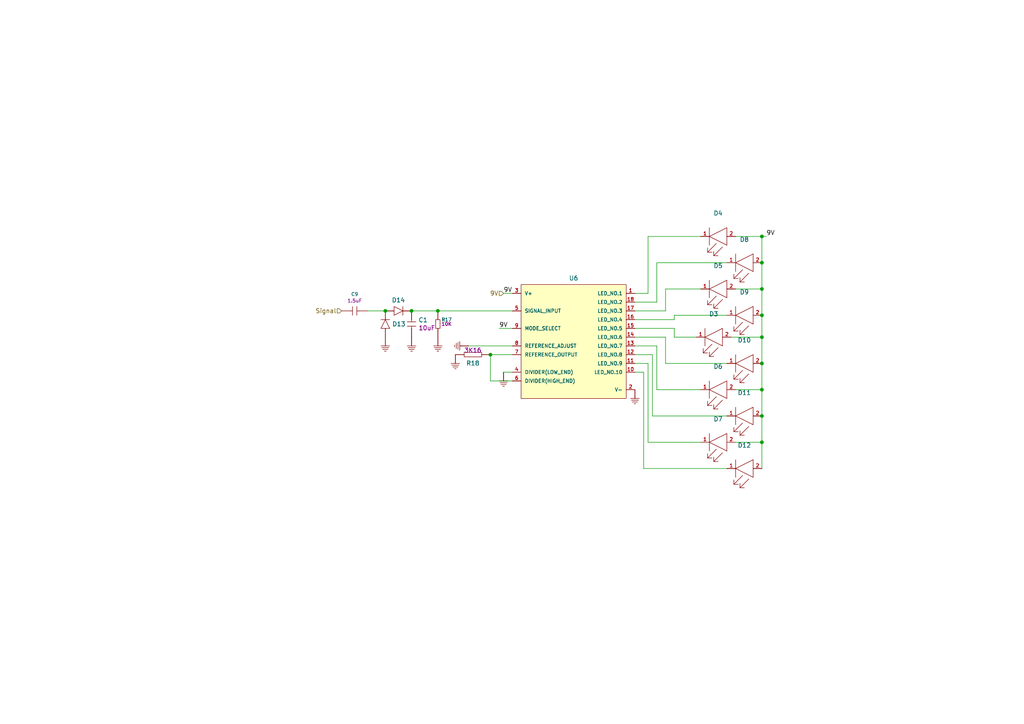
<source format=kicad_sch>
(kicad_sch (version 20211123) (generator eeschema)
  (paper "A4")
  (lib_symbols
    (symbol "Main_Library:C_1.5uF_0603_25V" (pin_numbers hide) (pin_names (offset 0))
      (property "Reference" "C" (at -2.54 1.27 0))
      (property "Waarde" "1.5uF" (at -3.81 -1.27 0))
      (symbol "C_1.5uF_0603_25V_1_1"
        (polyline (pts (xy -1.27 -0.635) (xy 1.27 -0.635)))
        (polyline (pts (xy -1.27 0.635) (xy 1.27 0.635)))
        (polyline (pts (xy 0 -0.635) (xy 0 -1.27)))
        (polyline (pts (xy 0 1.27) (xy 0 0.635)))
        (pin input line (at 0 3.81 270) (length 2.54) (name "~") (number "1"))
        (pin input line (at 0 -3.81 90) (length 2.54) (name "~") (number "2"))
      )
    )
    (symbol "Main_Library:C_10uF_0603_16V" (pin_numbers hide) (pin_names (offset 0) hide)
      (property "Reference" "C" (at -1.524 -1.778 0))
      (property "Waarde" "10uF" (at -3.302 0.762 0))
      (symbol "C_10uF_0603_16V_0_1"
        (polyline (pts (xy -1.27 -0.635) (xy 1.27 -0.635)))
        (polyline (pts (xy -1.27 0.635) (xy 1.27 0.635)))
        (polyline (pts (xy 0 -0.635) (xy 0 -1.27)))
        (polyline (pts (xy 0 1.27) (xy 0 0.635)))
      )
      (symbol "C_10uF_0603_16V_1_1"
        (pin input line (at 0 3.81 270) (length 2.54) (name "~") (number "1"))
        (pin input line (at 0 -3.81 90) (length 2.54) (name "~") (number "2"))
      )
    )
    (symbol "Main_Library:D_1N4148WS_SOD323F_ONSEMI" (pin_numbers hide) (pin_names (offset 0) hide)
      (property "Reference" "D" (at 0 7.62 0))
      (symbol "D_1N4148WS_SOD323F_ONSEMI_1_1"
        (polyline (pts (xy -1.27 1.27) (xy -1.27 -1.27)))
        (polyline (pts (xy 1.27 1.27) (xy -1.27 0)))
        (polyline (pts (xy 1.27 1.27) (xy 1.27 -1.27) (xy -1.27 0)))
        (pin passive line (at 3.81 0 180) (length 2.54) (name "A") (number "A"))
        (pin passive line (at -3.81 0 0) (length 2.54) (name "C") (number "C"))
      )
    )
    (symbol "Main_Library:D_RED_0603_Wurth_150060RS75000" (pin_names (offset 1.016))
      (property "Reference" "D" (at 0 10.16 0))
      (symbol "D_RED_0603_Wurth_150060RS75000_1_1"
        (polyline (pts (xy 5.08 -2.54) (xy 10.16 0)))
        (polyline (pts (xy 5.08 2.54) (xy 5.08 -2.54)))
        (polyline (pts (xy 5.08 2.54) (xy 10.16 0)))
        (polyline (pts (xy 6.35 3.048) (xy 8.89 5.588)))
        (polyline (pts (xy 8.128 2.032) (xy 10.668 4.572)))
        (polyline (pts (xy 8.89 5.588) (xy 7.62 5.588)))
        (polyline (pts (xy 8.89 5.588) (xy 8.89 4.318)))
        (polyline (pts (xy 10.16 2.54) (xy 10.16 -2.54)))
        (polyline (pts (xy 10.668 4.572) (xy 9.398 4.572)))
        (polyline (pts (xy 10.668 4.572) (xy 10.668 3.302)))
        (pin passive line (at 12.7 0 180) (length 2.54) (name "CATHODE") (number "1"))
        (pin passive line (at 2.54 0 0) (length 2.54) (name "ANODE") (number "2"))
      )
    )
    (symbol "Main_Library:GND" (power) (pin_numbers hide) (pin_names (offset 0) hide)
      (symbol "GND_0_1"
        (polyline (pts (xy -1.27 -2.54) (xy 1.27 -2.54)))
        (polyline (pts (xy -1.016 -3.048) (xy 1.016 -3.048)))
        (polyline (pts (xy -0.762 -3.556) (xy 0.762 -3.556)))
        (polyline (pts (xy -0.254 -4.064) (xy 0.254 -4.064)))
      )
      (symbol "GND_1_1"
        (pin power_in line (at 0 0 270) (length 2.54) (name "GND") (number "1"))
      )
    )
    (symbol "Main_Library:R_10K_0603" (pin_numbers hide) (pin_names (offset 0))
      (property "Reference" "R" (at -1.27 3.81 0))
      (property "Waarde" "10K" (at -2.54 0 0))
      (symbol "R_10K_0603_1_1"
        (rectangle (start -0.635 1.27) (end 0.635 -1.27))
        (pin input line (at 0 3.81 270) (length 2.54) (name "~") (number "1"))
        (pin input line (at 0 -3.81 90) (length 2.54) (name "~") (number "2"))
      )
    )
    (symbol "Main_Library:R_3K16_0603" (pin_numbers hide) (pin_names (offset 0) hide)
      (property "Reference" "R" (at 0 0 0))
      (property "Waarde" "3K16" (at 0 0 0))
      (symbol "R_3K16_0603_1_1"
        (rectangle (start -0.635 2.54) (end 0.635 -2.54))
        (pin input line (at 0 5.08 270) (length 2.54) (name "1") (number "1"))
        (pin input line (at 0 -5.08 90) (length 2.54) (name "2") (number "2"))
      )
    )
    (symbol "Main_Library:U_LM3914N-1_NOPB" (pin_names (offset 1.016))
      (property "Reference" "U" (at 0 5.08 0))
      (symbol "U_LM3914N-1_NOPB_1_1"
        (rectangle (start 5.08 2.54) (end 35.56 -30.48) (fill (type background)))
        (pin output line (at 38.1 0 180) (length 2.54) (name "LED_NO.1") (number "1"))
        (pin output line (at 38.1 -22.86 180) (length 2.54) (name "LED_NO.10") (number "10"))
        (pin output line (at 38.1 -20.32 180) (length 2.54) (name "LED_NO.9") (number "11"))
        (pin output line (at 38.1 -17.78 180) (length 2.54) (name "LED_NO.8") (number "12"))
        (pin output line (at 38.1 -15.24 180) (length 2.54) (name "LED_NO.7") (number "13"))
        (pin output line (at 38.1 -12.7 180) (length 2.54) (name "LED_NO.6") (number "14"))
        (pin output line (at 38.1 -10.16 180) (length 2.54) (name "LED_NO.5") (number "15"))
        (pin output line (at 38.1 -7.62 180) (length 2.54) (name "LED_NO.4") (number "16"))
        (pin output line (at 38.1 -5.08 180) (length 2.54) (name "LED_NO.3") (number "17"))
        (pin output line (at 38.1 -2.54 180) (length 2.54) (name "LED_NO.2") (number "18"))
        (pin power_in line (at 38.1 -27.94 180) (length 2.54) (name "V-") (number "2"))
        (pin power_in line (at 2.54 0 0) (length 2.54) (name "V+") (number "3"))
        (pin input line (at 2.54 -22.86 0) (length 2.54) (name "DIVIDER(LOW_END)") (number "4"))
        (pin input line (at 2.54 -5.08 0) (length 2.54) (name "SIGNAL_INPUT") (number "5"))
        (pin input line (at 2.54 -25.4 0) (length 2.54) (name "DIVIDER(HIGH_END)") (number "6"))
        (pin output line (at 2.54 -17.78 0) (length 2.54) (name "REFERENCE_OUTPUT") (number "7"))
        (pin input line (at 2.54 -15.24 0) (length 2.54) (name "REFERENCE_ADJUST") (number "8"))
        (pin input line (at 2.54 -10.16 0) (length 2.54) (name "MODE_SELECT") (number "9"))
      )
    )
  )
  (junction (at 119.38 90.17))
  (junction (at 142.24 102.87))
  (junction (at 220.98 68.58))
  (junction (at 220.98 120.65))
  (junction (at 220.98 105.41))
  (junction (at 127 90.17))
  (junction (at 220.98 83.82))
  (junction (at 220.98 76.2))
  (junction (at 220.98 128.27))
  (junction (at 220.98 91.44))
  (junction (at 111.76 90.17))
  (junction (at 220.98 113.03))
  (junction (at 220.98 97.79))
  (wire (pts (xy 193.04 90.17) (xy 193.04 83.82)))
  (wire (pts (xy 135.89 100.33) (xy 148.59 100.33)))
  (wire (pts (xy 119.38 90.17) (xy 127 90.17)))
  (wire (pts (xy 189.23 120.65) (xy 189.23 102.87)))
  (wire (pts (xy 193.04 97.79) (xy 184.15 97.79)))
  (wire (pts (xy 189.23 120.65) (xy 210.82 120.65)))
  (wire (pts (xy 220.98 135.89) (xy 220.98 128.27)))
  (wire (pts (xy 213.36 128.27) (xy 220.98 128.27)))
  (wire (pts (xy 220.98 91.44) (xy 220.98 83.82)))
  (wire (pts (xy 220.98 113.03) (xy 220.98 105.41)))
  (wire (pts (xy 220.98 83.82) (xy 220.98 76.2)))
  (wire (pts (xy 127 90.17) (xy 148.59 90.17)))
  (wire (pts (xy 220.98 120.65) (xy 220.98 113.03)))
  (wire (pts (xy 187.96 68.58) (xy 203.2 68.58)))
  (wire (pts (xy 190.5 100.33) (xy 184.15 100.33)))
  (wire (pts (xy 190.5 113.03) (xy 190.5 100.33)))
  (wire (pts (xy 220.98 105.41) (xy 220.98 97.79)))
  (wire (pts (xy 184.15 107.95) (xy 186.69 107.95)))
  (wire (pts (xy 184.15 90.17) (xy 193.04 90.17)))
  (wire (pts (xy 184.15 105.41) (xy 187.96 105.41)))
  (wire (pts (xy 212.09 97.79) (xy 220.98 97.79)))
  (wire (pts (xy 213.36 113.03) (xy 220.98 113.03)))
  (wire (pts (xy 220.98 68.58) (xy 222.25 68.58)))
  (wire (pts (xy 190.5 113.03) (xy 203.2 113.03)))
  (wire (pts (xy 193.04 83.82) (xy 203.2 83.82)))
  (wire (pts (xy 193.04 105.41) (xy 193.04 97.79)))
  (wire (pts (xy 220.98 97.79) (xy 220.98 91.44)))
  (wire (pts (xy 220.98 128.27) (xy 220.98 120.65)))
  (wire (pts (xy 190.5 76.2) (xy 190.5 87.63)))
  (wire (pts (xy 187.96 128.27) (xy 203.2 128.27)))
  (wire (pts (xy 195.58 97.79) (xy 195.58 95.25)))
  (wire (pts (xy 213.36 83.82) (xy 220.98 83.82)))
  (wire (pts (xy 195.58 95.25) (xy 184.15 95.25)))
  (wire (pts (xy 220.98 76.2) (xy 220.98 68.58)))
  (wire (pts (xy 142.24 110.49) (xy 142.24 102.87)))
  (wire (pts (xy 190.5 87.63) (xy 184.15 87.63)))
  (wire (pts (xy 213.36 68.58) (xy 220.98 68.58)))
  (wire (pts (xy 146.05 107.95) (xy 148.59 107.95)))
  (wire (pts (xy 142.24 102.87) (xy 148.59 102.87)))
  (wire (pts (xy 144.78 95.25) (xy 148.59 95.25)))
  (wire (pts (xy 195.58 92.71) (xy 184.15 92.71)))
  (wire (pts (xy 193.04 105.41) (xy 210.82 105.41)))
  (wire (pts (xy 146.05 85.09) (xy 148.59 85.09)))
  (wire (pts (xy 184.15 102.87) (xy 189.23 102.87)))
  (wire (pts (xy 210.82 76.2) (xy 190.5 76.2)))
  (wire (pts (xy 195.58 91.44) (xy 195.58 92.71)))
  (wire (pts (xy 210.82 91.44) (xy 195.58 91.44)))
  (wire (pts (xy 186.69 135.89) (xy 210.82 135.89)))
  (wire (pts (xy 187.96 85.09) (xy 187.96 68.58)))
  (wire (pts (xy 184.15 85.09) (xy 187.96 85.09)))
  (wire (pts (xy 148.59 110.49) (xy 142.24 110.49)))
  (wire (pts (xy 111.76 90.17) (xy 106.68 90.17)))
  (wire (pts (xy 201.93 97.79) (xy 195.58 97.79)))
  (wire (pts (xy 187.96 128.27) (xy 187.96 105.41)))
  (wire (pts (xy 186.69 107.95) (xy 186.69 135.89)))
  (label "9V" (at 222.25 68.58 0))
  (label "9V" (at 144.78 95.25 0))
  (label "9V" (at 146.05 85.09 0))
  (hierarchical_label "9V" (shape input) (at 146.05 85.09 180))
  (hierarchical_label "Signal" (shape input) (at 99.06 90.17 180))
  (symbol (lib_id "Main_Library:U_LM3914N-1_NOPB") (at 146.05 85.09 0) (unit 1)
    (property "Reference" "U6" (at 166.37 80.6958 0))
    (property "Value" "U_LM3914N-1_NOPB" (effects hide))
    (property "Footprint" "MAIN_PCB_LIB:U_LM3914_TI_DIP" (effects hide))
    (property "Mouser" "926-LM3914N-1/NOPB" (effects hide))
  )
  (symbol (lib_id "Main_Library:GND") (at 184.15 113.03 0) (unit 1)
    (property "Reference" "#GND024" (effects hide))
    (property "Value" "GND" (effects hide))
  )
  (symbol (lib_id "Main_Library:R_3K16_0603") (at 137.16 102.87 90) (unit 1)
    (property "Reference" "R18" (at 137.16 105.3592 90))
    (property "Value" "R_3K16_0603" (effects hide))
    (property "Footprint" "MAIN_PCB_LIB:R_0603" (effects hide))
    (property "Waarde" "3K16" (at 137.16 101.6 90))
    (property "Mouser" "603-RT0603BRD073K16L" (effects hide))
  )
  (symbol (lib_id "Main_Library:D_RED_0603_Wurth_150060RS75000") (at 215.9 68.58 180) (unit 1)
    (property "Reference" "D4" (at 208.28 61.849 0))
    (property "Value" "D_RED_0603_Wurth_150060RS75000" (effects hide))
    (property "Footprint" "MAIN_PCB_LIB:D_RED_0603_Wurth" (effects hide))
    (property "Datasheet" "https://www.we-online.com/catalog/datasheet/150060RS75000.pdf" (effects hide))
    (property "Mouser" "710-150060RS75000" (effects hide))
  )
  (symbol (lib_id "Main_Library:D_RED_0603_Wurth_150060RS75000") (at 223.52 76.2 180) (unit 1)
    (property "Reference" "D8" (at 215.9 69.469 0))
    (property "Value" "D_RED_0603_Wurth_150060RS75000" (effects hide))
    (property "Footprint" "MAIN_PCB_LIB:D_RED_0603_Wurth" (effects hide))
    (property "Datasheet" "https://www.we-online.com/catalog/datasheet/150060RS75000.pdf" (effects hide))
    (property "Mouser" "710-150060RS75000" (effects hide))
  )
  (symbol (lib_id "Main_Library:D_RED_0603_Wurth_150060RS75000") (at 215.9 83.82 180) (unit 1)
    (property "Reference" "D5" (at 208.28 77.089 0))
    (property "Value" "D_RED_0603_Wurth_150060RS75000" (effects hide))
    (property "Footprint" "MAIN_PCB_LIB:D_RED_0603_Wurth" (effects hide))
    (property "Datasheet" "https://www.we-online.com/catalog/datasheet/150060RS75000.pdf" (effects hide))
    (property "Mouser" "710-150060RS75000" (effects hide))
  )
  (symbol (lib_id "Main_Library:D_RED_0603_Wurth_150060RS75000") (at 223.52 91.44 180) (unit 1)
    (property "Reference" "D9" (at 215.9 84.709 0))
    (property "Value" "D_RED_0603_Wurth_150060RS75000" (effects hide))
    (property "Footprint" "MAIN_PCB_LIB:D_RED_0603_Wurth" (effects hide))
    (property "Datasheet" "https://www.we-online.com/catalog/datasheet/150060RS75000.pdf" (effects hide))
    (property "Mouser" "710-150060RS75000" (effects hide))
  )
  (symbol (lib_id "Main_Library:D_RED_0603_Wurth_150060RS75000") (at 214.63 97.79 180) (unit 1)
    (property "Reference" "D3" (at 207.01 91.059 0))
    (property "Value" "D_RED_0603_Wurth_150060RS75000" (effects hide))
    (property "Footprint" "MAIN_PCB_LIB:D_RED_0603_Wurth" (effects hide))
    (property "Datasheet" "https://www.we-online.com/catalog/datasheet/150060RS75000.pdf" (effects hide))
    (property "Mouser" "710-150060RS75000" (effects hide))
  )
  (symbol (lib_id "Main_Library:D_RED_0603_Wurth_150060RS75000") (at 223.52 105.41 180) (unit 1)
    (property "Reference" "D10" (at 215.9 98.679 0))
    (property "Value" "D_RED_0603_Wurth_150060RS75000" (effects hide))
    (property "Footprint" "MAIN_PCB_LIB:D_RED_0603_Wurth" (effects hide))
    (property "Datasheet" "https://www.we-online.com/catalog/datasheet/150060RS75000.pdf" (effects hide))
    (property "Mouser" "710-150060RS75000" (effects hide))
  )
  (symbol (lib_id "Main_Library:D_RED_0603_Wurth_150060RS75000") (at 215.9 113.03 180) (unit 1)
    (property "Reference" "D6" (at 208.28 106.299 0))
    (property "Value" "D_RED_0603_Wurth_150060RS75000" (effects hide))
    (property "Footprint" "MAIN_PCB_LIB:D_RED_0603_Wurth" (effects hide))
    (property "Datasheet" "https://www.we-online.com/catalog/datasheet/150060RS75000.pdf" (effects hide))
    (property "Mouser" "710-150060RS75000" (effects hide))
  )
  (symbol (lib_id "Main_Library:D_RED_0603_Wurth_150060RS75000") (at 223.52 120.65 180) (unit 1)
    (property "Reference" "D11" (at 215.9 113.919 0))
    (property "Value" "D_RED_0603_Wurth_150060RS75000" (effects hide))
    (property "Footprint" "MAIN_PCB_LIB:D_RED_0603_Wurth" (effects hide))
    (property "Datasheet" "https://www.we-online.com/catalog/datasheet/150060RS75000.pdf" (effects hide))
    (property "Mouser" "710-150060RS75000" (effects hide))
  )
  (symbol (lib_id "Main_Library:D_RED_0603_Wurth_150060RS75000") (at 215.9 128.27 180) (unit 1)
    (property "Reference" "D7" (at 208.28 121.539 0))
    (property "Value" "D_RED_0603_Wurth_150060RS75000" (effects hide))
    (property "Footprint" "MAIN_PCB_LIB:D_RED_0603_Wurth" (effects hide))
    (property "Datasheet" "https://www.we-online.com/catalog/datasheet/150060RS75000.pdf" (effects hide))
    (property "Mouser" "710-150060RS75000" (effects hide))
  )
  (symbol (lib_id "Main_Library:D_RED_0603_Wurth_150060RS75000") (at 223.52 135.89 180) (unit 1)
    (property "Reference" "D12" (at 215.9 129.159 0))
    (property "Value" "D_RED_0603_Wurth_150060RS75000" (effects hide))
    (property "Footprint" "MAIN_PCB_LIB:D_RED_0603_Wurth" (effects hide))
    (property "Datasheet" "https://www.we-online.com/catalog/datasheet/150060RS75000.pdf" (effects hide))
    (property "Mouser" "710-150060RS75000" (effects hide))
  )
  (symbol (lib_id "Main_Library:GND") (at 135.89 100.33 270) (unit 1)
    (property "Reference" "#GND022" (effects hide))
    (property "Value" "GND" (effects hide))
  )
  (symbol (lib_id "Main_Library:GND") (at 132.08 102.87 0) (unit 1)
    (property "Reference" "#GND023" (effects hide))
    (property "Value" "GND" (effects hide))
  )
  (symbol (lib_id "Main_Library:GND") (at 146.05 107.95 0) (unit 1)
    (property "Reference" "#GND027" (effects hide))
    (property "Value" "GND" (effects hide))
  )
  (symbol (lib_id "Main_Library:C_1.5uF_0603_25V") (at 102.87 90.17 270)
    (property "Reference" "C9" (at 102.87 85.3186 90) (effects (font (size 0.9906 0.9906))))
    (property "Value" "C_1.5uF_0603_25V" (effects hide))
    (property "Footprint" "MAIN_PCB_LIB:C_0603" (effects hide))
    (property "Waarde" "1.5uF" (at 102.87 87.2236 90) (effects (font (size 0.9906 0.9906))))
    (property "Mouser" "810-C1608X5R1E155K" (effects hide))
  )
  (symbol (lib_id "Main_Library:D_1N4148WS_SOD323F_ONSEMI") (at 111.76 93.98 270) (unit 1)
    (property "Reference" "D13" (at 113.7412 93.98 90) (effects (justify left)))
    (property "Value" "D_1N4148WS_SOD323F_ONSEMI" (effects hide))
    (property "Footprint" "MAIN_PCB_LIB:D_1N4148_SOD-323F_ONSEMI" (effects hide))
    (property "Mouser" "512-1N4148WS" (effects hide))
  )
  (symbol (lib_id "Main_Library:D_1N4148WS_SOD323F_ONSEMI") (at 115.57 90.17 180) (unit 1)
    (property "Reference" "D14" (at 115.57 87.0458 0))
    (property "Value" "D_1N4148WS_SOD323F_ONSEMI" (effects hide))
    (property "Footprint" "MAIN_PCB_LIB:D_1N4148_SOD-323F_ONSEMI" (effects hide))
    (property "Mouser" "512-1N4148WS" (effects hide))
  )
  (symbol (lib_id "Main_Library:GND") (at 111.76 97.79 0) (unit 1)
    (property "Reference" "#GND020" (effects hide))
    (property "Value" "GND" (effects hide))
  )
  (symbol (lib_id "Main_Library:R_10K_0603") (at 127 93.98 0) (unit 1)
    (property "Reference" "R17" (at 129.54 92.71 0) (effects (font (size 0.9906 0.9906))))
    (property "Value" "R_10K_0603" (effects hide))
    (property "Footprint" "MAIN_PCB_LIB:R_0603" (effects hide))
    (property "Waarde" "10K" (at 129.54 93.98 0) (effects (font (size 0.9906 0.9906))))
    (property "Digi-key" "YAG1236CT-ND" (effects hide))
  )
  (symbol (lib_id "Main_Library:GND") (at 119.38 97.79 0) (unit 1)
    (property "Reference" "#GND021" (effects hide))
    (property "Value" "GND" (effects hide))
  )
  (symbol (lib_id "Main_Library:GND") (at 127 97.79 0) (unit 1)
    (property "Reference" "#GND025" (effects hide))
    (property "Value" "GND" (effects hide))
  )
  (symbol (lib_id "Main_Library:C_10uF_0603_16V") (at 119.38 93.98 0) (unit 1)
    (property "Reference" "C1" (at 121.3612 92.8116 0) (effects (justify left)))
    (property "Value" "C_10uF_0603_16V" (effects hide))
    (property "Footprint" "MAIN_PCB_LIB:C_0603" (effects hide))
    (property "Waarde" "10uF" (at 121.3612 95.123 0) (effects (justify left)))
    (property "Mouser" "187-CL10A106KO8NQNC" (effects hide))
  )
)
</source>
